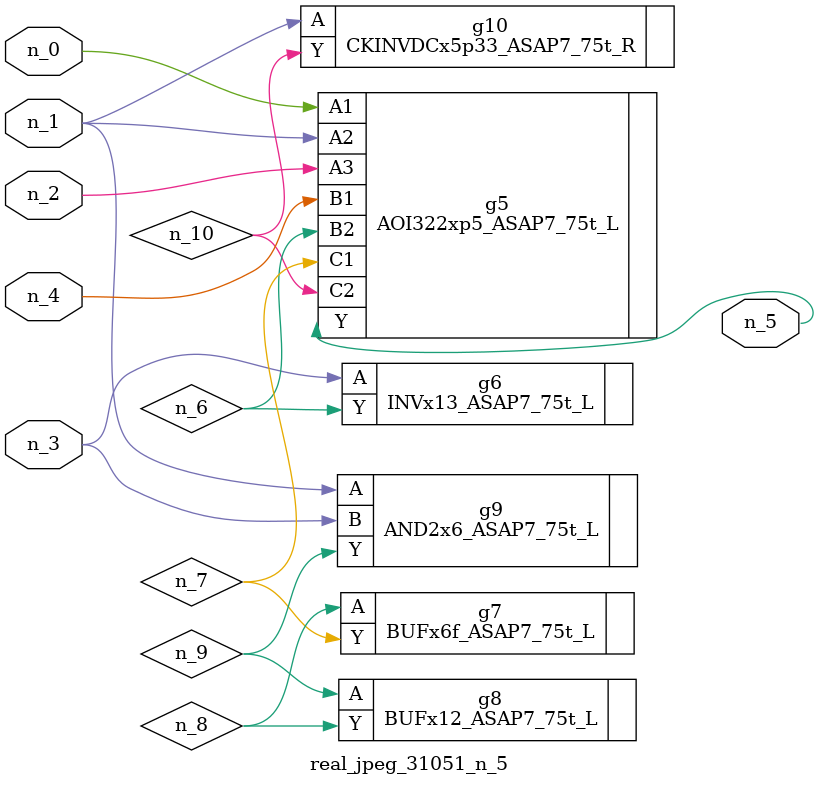
<source format=v>
module real_jpeg_31051_n_5 (n_4, n_0, n_1, n_2, n_3, n_5);

input n_4;
input n_0;
input n_1;
input n_2;
input n_3;

output n_5;

wire n_8;
wire n_6;
wire n_7;
wire n_10;
wire n_9;

AOI322xp5_ASAP7_75t_L g5 ( 
.A1(n_0),
.A2(n_1),
.A3(n_2),
.B1(n_4),
.B2(n_6),
.C1(n_7),
.C2(n_10),
.Y(n_5)
);

AND2x6_ASAP7_75t_L g9 ( 
.A(n_1),
.B(n_3),
.Y(n_9)
);

CKINVDCx5p33_ASAP7_75t_R g10 ( 
.A(n_1),
.Y(n_10)
);

INVx13_ASAP7_75t_L g6 ( 
.A(n_3),
.Y(n_6)
);

BUFx6f_ASAP7_75t_L g7 ( 
.A(n_8),
.Y(n_7)
);

BUFx12_ASAP7_75t_L g8 ( 
.A(n_9),
.Y(n_8)
);


endmodule
</source>
